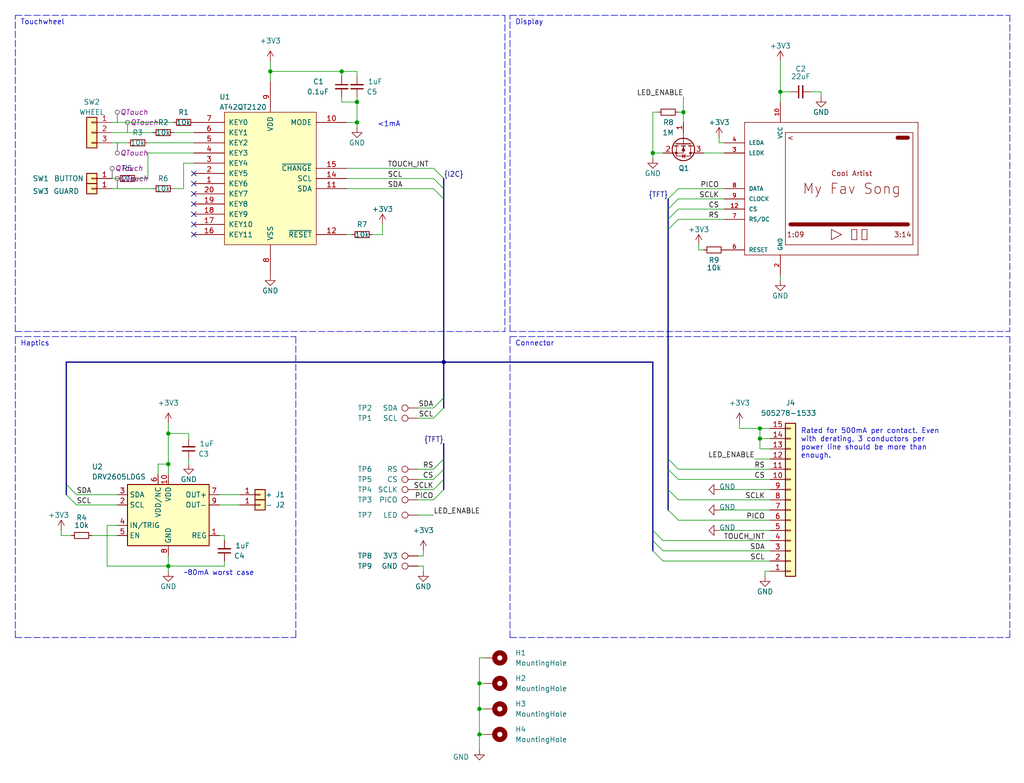
<source format=kicad_sch>
(kicad_sch (version 20230121) (generator eeschema)
  (paper "User" 254.991 194.996)
  (title_block (title "TANGARA") (date "2023-12-21") (company "made by jacqueline") (comment 1 "SPDX-License-Identifier: CERN-OHL-S-2.0"))
  (lib_symbols
    (symbol "Connector:TestPoint" (pin_numbers hide) (pin_names (offset 0.762) hide)
      (property "Reference" "TP" (at 0 6.858 0))
      (property "Value" "TestPoint" (at 0 5.08 0))
      (symbol "TestPoint_0_1"
        (circle (center 0 3.302) (radius 0.762))
      )
      (symbol "TestPoint_1_1"
        (pin passive line (at 0 0 90) (length 2.54) (name "1") (number "1"))
      )
    )
    (symbol "Connector_Generic:Conn_01x01" (pin_names (offset 1.016) hide)
      (property "Reference" "J" (at 0 2.54 0))
      (property "Value" "Conn_01x01" (at 0 -2.54 0))
      (symbol "Conn_01x01_1_1"
        (rectangle (start -1.27 0.127) (end 0 -0.127) (stroke (width 0.1524)))
        (rectangle (start -1.27 1.27) (end 1.27 -1.27) (stroke (width 0.254)) (fill (type background)))
        (pin passive line (at -5.08 0 0) (length 3.81) (name "Pin_1") (number "1"))
      )
    )
    (symbol "Connector_Generic:Conn_01x03" (pin_names (offset 1.016) hide)
      (property "Reference" "J" (at 0 5.08 0))
      (property "Value" "Conn_01x03" (at 0 -5.08 0))
      (symbol "Conn_01x03_1_1"
        (rectangle (start -1.27 -2.413) (end 0 -2.667) (stroke (width 0.1524)))
        (rectangle (start -1.27 0.127) (end 0 -0.127) (stroke (width 0.1524)))
        (rectangle (start -1.27 2.667) (end 0 2.413) (stroke (width 0.1524)))
        (rectangle (start -1.27 3.81) (end 1.27 -3.81) (stroke (width 0.254)) (fill (type background)))
        (pin passive line (at -5.08 2.54 0) (length 3.81) (name "Pin_1") (number "1"))
        (pin passive line (at -5.08 0 0) (length 3.81) (name "Pin_2") (number "2"))
        (pin passive line (at -5.08 -2.54 0) (length 3.81) (name "Pin_3") (number "3"))
      )
    )
    (symbol "Connector_Generic:Conn_01x15" (pin_names (offset 1.016) hide)
      (property "Reference" "J" (at 0 20.32 0))
      (property "Value" "Conn_01x15" (at 0 -20.32 0))
      (symbol "Conn_01x15_1_1"
        (rectangle (start -1.27 -17.653) (end 0 -17.907) (stroke (width 0.1524)))
        (rectangle (start -1.27 -15.113) (end 0 -15.367) (stroke (width 0.1524)))
        (rectangle (start -1.27 -12.573) (end 0 -12.827) (stroke (width 0.1524)))
        (rectangle (start -1.27 -10.033) (end 0 -10.287) (stroke (width 0.1524)))
        (rectangle (start -1.27 -7.493) (end 0 -7.747) (stroke (width 0.1524)))
        (rectangle (start -1.27 -4.953) (end 0 -5.207) (stroke (width 0.1524)))
        (rectangle (start -1.27 -2.413) (end 0 -2.667) (stroke (width 0.1524)))
        (rectangle (start -1.27 0.127) (end 0 -0.127) (stroke (width 0.1524)))
        (rectangle (start -1.27 2.667) (end 0 2.413) (stroke (width 0.1524)))
        (rectangle (start -1.27 5.207) (end 0 4.953) (stroke (width 0.1524)))
        (rectangle (start -1.27 7.747) (end 0 7.493) (stroke (width 0.1524)))
        (rectangle (start -1.27 10.287) (end 0 10.033) (stroke (width 0.1524)))
        (rectangle (start -1.27 12.827) (end 0 12.573) (stroke (width 0.1524)))
        (rectangle (start -1.27 15.367) (end 0 15.113) (stroke (width 0.1524)))
        (rectangle (start -1.27 17.907) (end 0 17.653) (stroke (width 0.1524)))
        (rectangle (start -1.27 19.05) (end 1.27 -19.05) (stroke (width 0.254)) (fill (type background)))
        (pin passive line (at -5.08 17.78 0) (length 3.81) (name "Pin_1") (number "1"))
        (pin passive line (at -5.08 -5.08 0) (length 3.81) (name "Pin_10") (number "10"))
        (pin passive line (at -5.08 -7.62 0) (length 3.81) (name "Pin_11") (number "11"))
        (pin passive line (at -5.08 -10.16 0) (length 3.81) (name "Pin_12") (number "12"))
        (pin passive line (at -5.08 -12.7 0) (length 3.81) (name "Pin_13") (number "13"))
        (pin passive line (at -5.08 -15.24 0) (length 3.81) (name "Pin_14") (number "14"))
        (pin passive line (at -5.08 -17.78 0) (length 3.81) (name "Pin_15") (number "15"))
        (pin passive line (at -5.08 15.24 0) (length 3.81) (name "Pin_2") (number "2"))
        (pin passive line (at -5.08 12.7 0) (length 3.81) (name "Pin_3") (number "3"))
        (pin passive line (at -5.08 10.16 0) (length 3.81) (name "Pin_4") (number "4"))
        (pin passive line (at -5.08 7.62 0) (length 3.81) (name "Pin_5") (number "5"))
        (pin passive line (at -5.08 5.08 0) (length 3.81) (name "Pin_6") (number "6"))
        (pin passive line (at -5.08 2.54 0) (length 3.81) (name "Pin_7") (number "7"))
        (pin passive line (at -5.08 0 0) (length 3.81) (name "Pin_8") (number "8"))
        (pin passive line (at -5.08 -2.54 0) (length 3.81) (name "Pin_9") (number "9"))
      )
    )
    (symbol "Device:C_Small" (pin_numbers hide) (pin_names (offset 0.254) hide)
      (property "Reference" "C" (at 0.254 1.778 0))
      (property "Value" "C_Small" (at 0.254 -2.032 0))
      (symbol "C_Small_0_1"
        (polyline (pts (xy -1.524 -0.508) (xy 1.524 -0.508)) (stroke (width 0.3302)))
        (polyline (pts (xy -1.524 0.508) (xy 1.524 0.508)) (stroke (width 0.3048)))
      )
      (symbol "C_Small_1_1"
        (pin passive line (at 0 2.54 270) (length 2.032) (name "~") (number "1"))
        (pin passive line (at 0 -2.54 90) (length 2.032) (name "~") (number "2"))
      )
    )
    (symbol "Device:Q_NMOS_GSD" (pin_names (offset 0) hide)
      (property "Reference" "Q" (at 5.08 1.27 0))
      (property "Value" "Q_NMOS_GSD" (at 5.08 -1.27 0))
      (symbol "Q_NMOS_GSD_0_1"
        (polyline (pts (xy 0.254 0) (xy -2.54 0)))
        (polyline (pts (xy 0.254 1.905) (xy 0.254 -1.905)) (stroke (width 0.254)))
        (polyline (pts (xy 0.762 -1.27) (xy 0.762 -2.286)) (stroke (width 0.254)))
        (polyline (pts (xy 0.762 0.508) (xy 0.762 -0.508)) (stroke (width 0.254)))
        (polyline (pts (xy 0.762 2.286) (xy 0.762 1.27)) (stroke (width 0.254)))
        (polyline (pts (xy 2.54 2.54) (xy 2.54 1.778)))
        (polyline (pts (xy 2.54 -2.54) (xy 2.54 0) (xy 0.762 0)))
        (polyline (pts (xy 0.762 -1.778) (xy 3.302 -1.778) (xy 3.302 1.778) (xy 0.762 1.778)))
        (polyline (pts (xy 1.016 0) (xy 2.032 0.381) (xy 2.032 -0.381) (xy 1.016 0)) (fill (type outline)))
        (polyline (pts (xy 2.794 0.508) (xy 2.921 0.381) (xy 3.683 0.381) (xy 3.81 0.254)))
        (polyline (pts (xy 3.302 0.381) (xy 2.921 -0.254) (xy 3.683 -0.254) (xy 3.302 0.381)))
        (circle (center 1.651 0) (radius 2.794) (stroke (width 0.254)))
        (circle (center 2.54 -1.778) (radius 0.254) (fill (type outline)))
        (circle (center 2.54 1.778) (radius 0.254) (fill (type outline)))
      )
      (symbol "Q_NMOS_GSD_1_1"
        (pin input line (at -5.08 0 0) (length 2.54) (name "G") (number "1"))
        (pin passive line (at 2.54 -5.08 90) (length 2.54) (name "S") (number "2"))
        (pin passive line (at 2.54 5.08 270) (length 2.54) (name "D") (number "3"))
      )
    )
    (symbol "Device:R_Small" (pin_numbers hide) (pin_names (offset 0.254) hide)
      (property "Reference" "R" (at 0.762 0.508 0))
      (property "Value" "R_Small" (at 0.762 -1.016 0))
      (symbol "R_Small_0_1"
        (rectangle (start -0.762 1.778) (end 0.762 -1.778) (stroke (width 0.2032)))
      )
      (symbol "R_Small_1_1"
        (pin passive line (at 0 2.54 270) (length 0.762) (name "~") (number "1"))
        (pin passive line (at 0 -2.54 90) (length 0.762) (name "~") (number "2"))
      )
    )
    (symbol "Driver_Haptic:DRV2605LDGS"
      (property "Reference" "U" (at -10.16 8.255 0))
      (property "Value" "DRV2605LDGS" (at 2.54 -8.89 0))
      (symbol "DRV2605LDGS_0_1"
        (rectangle (start -10.16 7.62) (end 10.16 -7.62) (stroke (width 0.254)) (fill (type background)))
      )
      (symbol "DRV2605LDGS_1_1"
        (pin passive line (at 12.7 -5.08 180) (length 2.54) (name "REG") (number "1"))
        (pin power_in line (at 0 10.16 270) (length 2.54) (name "VDD") (number "10"))
        (pin input line (at -12.7 2.54 0) (length 2.54) (name "SCL") (number "2"))
        (pin bidirectional line (at -12.7 5.08 0) (length 2.54) (name "SDA") (number "3"))
        (pin input line (at -12.7 -2.54 0) (length 2.54) (name "IN/TRIG") (number "4"))
        (pin input line (at -12.7 -5.08 0) (length 2.54) (name "EN") (number "5"))
        (pin power_in line (at -2.54 10.16 270) (length 2.54) (name "VDD/NC") (number "6"))
        (pin output line (at 12.7 5.08 180) (length 2.54) (name "OUT+") (number "7"))
        (pin power_in line (at 0 -10.16 90) (length 2.54) (name "GND") (number "8"))
        (pin output line (at 12.7 2.54 180) (length 2.54) (name "OUT-") (number "9"))
      )
    )
    (symbol "Mechanical:MountingHole_Pad" (pin_numbers hide) (pin_names (offset 1.016) hide)
      (property "Reference" "H" (at 0 6.35 0))
      (property "Value" "MountingHole_Pad" (at 0 4.445 0))
      (symbol "MountingHole_Pad_0_1"
        (circle (center 0 1.27) (radius 1.27) (stroke (width 1.27)))
      )
      (symbol "MountingHole_Pad_1_1"
        (pin input line (at 0 -2.54 90) (length 2.54) (name "1") (number "1"))
      )
    )
    (symbol "faceplate-symbols:AT42QT2120" (pin_names (offset 1.016))
      (property "Reference" "U" (at 0 -2.54 0))
      (property "Value" "AT42QT2120" (at 0 2.54 0))
      (symbol "AT42QT2120_1_0"
        (rectangle (start -11.43 16.51) (end 11.43 -16.51) (fill (type background)))
      )
      (symbol "AT42QT2120_1_1"
        (pin bidirectional line (at -19.05 -1.27 0) (length 7.62) (name "KEY6") (number "1"))
        (pin input line (at 19.05 13.97 180) (length 7.62) (name "MODE") (number "10"))
        (pin tri_state line (at 19.05 -2.54 180) (length 7.62) (name "SDA") (number "11"))
        (pin input line (at 19.05 -13.97 180) (length 7.62) (name "~{RESET}") (number "12"))
        (pin no_connect line (at 7.62 -24.13 90) (length 7.62) hide (name "NC") (number "13"))
        (pin tri_state line (at 19.05 0 180) (length 7.62) (name "SCL") (number "14"))
        (pin tri_state line (at 19.05 2.54 180) (length 7.62) (name "~{CHANGE}") (number "15"))
        (pin bidirectional line (at -19.05 -13.97 0) (length 7.62) (name "KEY11") (number "16"))
        (pin bidirectional line (at -19.05 -11.43 0) (length 7.62) (name "KEY10") (number "17"))
        (pin bidirectional line (at -19.05 -8.89 0) (length 7.62) (name "KEY9") (number "18"))
        (pin bidirectional line (at -19.05 -6.35 0) (length 7.62) (name "KEY8") (number "19"))
        (pin bidirectional line (at -19.05 1.27 0) (length 7.62) (name "KEY5") (number "2"))
        (pin bidirectional line (at -19.05 -3.81 0) (length 7.62) (name "KEY7") (number "20"))
        (pin bidirectional line (at -19.05 3.81 0) (length 7.62) (name "KEY4") (number "3"))
        (pin bidirectional line (at -19.05 6.35 0) (length 7.62) (name "KEY3") (number "4"))
        (pin bidirectional line (at -19.05 8.89 0) (length 7.62) (name "KEY2") (number "5"))
        (pin bidirectional line (at -19.05 11.43 0) (length 7.62) (name "KEY1") (number "6"))
        (pin bidirectional line (at -19.05 13.97 0) (length 7.62) (name "KEY0") (number "7"))
        (pin power_in line (at 0 -24.13 90) (length 7.62) (name "VSS") (number "8"))
        (pin power_in line (at 0 24.13 270) (length 7.62) (name "VDD") (number "9"))
      )
    )
    (symbol "faceplate-symbols:JD-T1800" (pin_names (offset 1.016))
      (symbol "JD-T1800_0_1"
        (polyline (pts (xy 20.32 13.97) (xy 22.86 13.97)) (stroke (width 1)))
        (polyline (pts (xy 22.86 -7.62) (xy -6.35 -7.62)) (stroke (width 1)))
        (polyline (pts (xy 3.81 -8.89) (xy 3.81 -11.43) (xy 6.35 -10.16) (xy 3.81 -8.89)))
        (polyline (pts (xy 8.89 -8.89) (xy 8.89 -11.43) (xy 10.16 -11.43) (xy 10.16 -8.89) (xy 8.89 -8.89)))
        (polyline (pts (xy 11.43 -8.89) (xy 12.7 -8.89) (xy 12.7 -11.43) (xy 11.43 -11.43) (xy 11.43 -8.89)))
        (text "1:09" (at -5.08 -10.16 0) (effects (font (size 1.27 1.27))))
        (text "3:14" (at 21.59 -10.16 0) (effects (font (size 1.27 1.27))))
        (text "<" (at -6.35 13.97 0) (effects (font (size 1.27 1.27))))
        (text "Cool Artist" (at 8.89 5.08 0) (effects (font (size 1.27 1.27))))
        (text "My Fav Song" (at 8.89 1.27 0) (effects (font (size 2.54 2.54))))
      )
      (symbol "JD-T1800_1_0"
        (polyline (pts (xy -17.78 -15.24) (xy -17.78 17.78)))
        (polyline (pts (xy -17.78 17.78) (xy 25.4 17.78)))
        (polyline (pts (xy -7.62 -12.7) (xy -7.62 15.24)))
        (polyline (pts (xy -7.62 15.24) (xy 24.13 15.24)))
        (polyline (pts (xy 24.13 -12.7) (xy -7.62 -12.7)))
        (polyline (pts (xy 24.13 15.24) (xy 24.13 -12.7)))
        (polyline (pts (xy 25.4 -15.24) (xy -17.78 -15.24)))
        (polyline (pts (xy 25.4 17.78) (xy 25.4 -15.24)))
      )
      (symbol "JD-T1800_1_1"
        (pin power_in line (at -8.89 22.86 270) (length 5.08) (name "VCC") (number "10"))
        (pin power_in line (at -8.89 22.86 270) (length 5.08) hide (name "VCC2") (number "11"))
        (pin input line (at -22.86 -3.81 0) (length 5.08) (name "CS") (number "12"))
        (pin power_in line (at -8.89 -20.32 90) (length 5.08) hide (name "GND2") (number "13"))
        (pin power_in line (at -8.89 -20.32 90) (length 5.08) (name "GND") (number "2"))
        (pin input line (at -22.86 10.16 0) (length 5.08) (name "LEDK") (number "3"))
        (pin input line (at -22.86 12.7 0) (length 5.08) (name "LEDA") (number "4"))
        (pin power_in line (at -8.89 -20.32 90) (length 5.08) hide (name "GND1") (number "5"))
        (pin input line (at -22.86 -13.97 0) (length 5.08) (name "RESET") (number "6"))
        (pin input line (at -22.86 -6.35 0) (length 5.08) (name "RS/DC") (number "7"))
        (pin bidirectional line (at -22.86 1.27 0) (length 5.08) (name "DATA") (number "8"))
        (pin input line (at -22.86 -1.27 0) (length 5.08) (name "CLOCK") (number "9"))
      )
    )
    (symbol "power:+3V3" (power) (pin_names (offset 0))
      (property "Value" "+3V3" (at 0 3.556 0))
      (symbol "+3V3_0_1"
        (polyline (pts (xy -0.762 1.27) (xy 0 2.54)))
        (polyline (pts (xy 0 0) (xy 0 2.54)))
        (polyline (pts (xy 0 2.54) (xy 0.762 1.27)))
      )
      (symbol "+3V3_1_1"
        (pin power_in line (at 0 0 90) (length 0) hide (name "+3V3") (number "1"))
      )
    )
    (symbol "power:GND" (power) (pin_names (offset 0))
      (property "Value" "GND" (at 0 -3.81 0))
      (symbol "GND_0_1"
        (polyline (pts (xy 0 0) (xy 0 -1.27) (xy 1.27 -1.27) (xy 0 -2.54) (xy -1.27 -1.27) (xy 0 -1.27)))
      )
      (symbol "GND_1_1"
        (pin power_in line (at 0 0 270) (length 0) hide (name "GND") (number "1"))
      )
    )
  )
  (bus_alias "I2C" (members "SDA" "SCL" "TOUCH_INT"))
  (bus_alias "TFT" (members "PICO" "SCLK" "CS" "RESET" "RS"))
  (junction (at 67.31 17.78))
  (junction (at 119.38 182.88))
  (junction (at 41.91 140.97))
  (junction (at 88.9 30.48))
  (junction (at 162.56 38.1))
  (junction (at 41.91 107.95))
  (junction (at 88.9 25.4))
  (junction (at 110.49 90.17))
  (junction (at 119.38 176.53))
  (junction (at 170.18 27.94))
  (junction (at 194.31 22.86))
  (junction (at 119.38 170.18))
  (junction (at 189.23 109.22))
  (junction (at 85.09 17.78))
  (junction (at 41.91 115.57))
  (junction (at 189.23 106.68))
  (no_connect (at 48.26 43.18))
  (no_connect (at 48.26 45.72))
  (no_connect (at 48.26 48.26))
  (no_connect (at 48.26 50.8))
  (no_connect (at 48.26 53.34))
  (no_connect (at 48.26 55.88))
  (no_connect (at 48.26 58.42))
  (bus_entry (at 166.37 49.53) (size 2.54 -2.54))
  (bus_entry (at 166.37 127) (size 2.54 2.54))
  (bus_entry (at 166.37 116.84) (size 2.54 2.54))
  (bus_entry (at 162.56 137.16) (size 2.54 2.54))
  (bus_entry (at 166.37 114.3) (size 2.54 2.54))
  (bus_entry (at 166.37 121.92) (size 2.54 2.54))
  (bus_entry (at 166.37 57.15) (size 2.54 -2.54))
  (bus_entry (at 16.51 120.65) (size 2.54 2.54))
  (bus_entry (at 110.49 119.38) (size -2.54 2.54))
  (bus_entry (at 110.49 44.45) (size -2.54 -2.54))
  (bus_entry (at 162.56 132.08) (size 2.54 2.54))
  (bus_entry (at 110.49 101.6) (size -2.54 2.54))
  (bus_entry (at 110.49 116.84) (size -2.54 2.54))
  (bus_entry (at 110.49 46.99) (size -2.54 -2.54))
  (bus_entry (at 110.49 99.06) (size -2.54 2.54))
  (bus_entry (at 166.37 54.61) (size 2.54 -2.54))
  (bus_entry (at 16.51 123.19) (size 2.54 2.54))
  (bus_entry (at 166.37 52.07) (size 2.54 -2.54))
  (bus_entry (at 110.49 121.92) (size -2.54 2.54))
  (bus_entry (at 110.49 49.53) (size -2.54 -2.54))
  (bus_entry (at 162.56 134.62) (size 2.54 2.54))
  (bus_entry (at 110.49 114.3) (size -2.54 2.54))
  (wire (pts (xy 189.23 106.68) (xy 191.77 106.68)))
  (bus (pts (xy 110.49 46.99) (xy 110.49 49.53)))
  (wire (pts (xy 104.14 119.38) (xy 107.95 119.38)))
  (wire (pts (xy 39.37 118.11) (xy 39.37 115.57)))
  (wire (pts (xy 88.9 30.48) (xy 88.9 31.75)))
  (wire (pts (xy 19.05 123.19) (xy 29.21 123.19)))
  (wire (pts (xy 48.26 38.1) (xy 36.83 38.1)))
  (bus (pts (xy 110.49 49.53) (xy 110.49 90.17)))
  (wire (pts (xy 104.14 116.84) (xy 107.95 116.84)))
  (wire (pts (xy 54.61 133.35) (xy 55.88 133.35)))
  (wire (pts (xy 41.91 107.95) (xy 46.99 107.95)))
  (wire (pts (xy 41.91 105.41) (xy 41.91 107.95)))
  (wire (pts (xy 168.91 116.84) (xy 191.77 116.84)))
  (polyline (pts (xy 3.81 83.82) (xy 73.66 83.82)) (stroke (width 0) (type dash)))
  (wire (pts (xy 165.1 134.62) (xy 191.77 134.62)))
  (polyline (pts (xy 127 82.55) (xy 127 3.81)) (stroke (width 0) (type dash)))
  (wire (pts (xy 119.38 182.88) (xy 120.65 182.88)))
  (wire (pts (xy 184.15 105.41) (xy 184.15 106.68)))
  (polyline (pts (xy 127 83.82) (xy 251.46 83.82)) (stroke (width 0) (type dash)))
  (wire (pts (xy 67.31 17.78) (xy 85.09 17.78)))
  (wire (pts (xy 46.99 107.95) (xy 46.99 109.22)))
  (wire (pts (xy 88.9 25.4) (xy 85.09 25.4)))
  (wire (pts (xy 191.77 111.76) (xy 189.23 111.76)))
  (wire (pts (xy 26.67 130.81) (xy 26.67 140.97)))
  (wire (pts (xy 22.86 133.35) (xy 29.21 133.35)))
  (wire (pts (xy 85.09 19.05) (xy 85.09 17.78)))
  (wire (pts (xy 85.09 25.4) (xy 85.09 24.13)))
  (wire (pts (xy 48.26 40.64) (xy 45.72 40.64)))
  (bus (pts (xy 110.49 90.17) (xy 162.56 90.17)))
  (wire (pts (xy 15.24 133.35) (xy 17.78 133.35)))
  (wire (pts (xy 194.31 22.86) (xy 196.85 22.86)))
  (bus (pts (xy 166.37 49.53) (xy 166.37 52.07)))
  (bus (pts (xy 110.49 116.84) (xy 110.49 119.38)))
  (wire (pts (xy 168.91 54.61) (xy 180.34 54.61)))
  (wire (pts (xy 162.56 39.37) (xy 162.56 38.1)))
  (polyline (pts (xy 127 158.75) (xy 127 83.82)) (stroke (width 0) (type dash)))
  (polyline (pts (xy 3.81 3.81) (xy 125.73 3.81)) (stroke (width 0) (type dash)))
  (wire (pts (xy 179.07 34.29) (xy 179.07 35.56)))
  (polyline (pts (xy 127 158.75) (xy 251.46 158.75)) (stroke (width 0) (type dash)))
  (bus (pts (xy 110.49 99.06) (xy 110.49 101.6)))
  (polyline (pts (xy 251.46 83.82) (xy 251.46 158.75)) (stroke (width 0) (type dash)))
  (wire (pts (xy 162.56 27.94) (xy 162.56 38.1)))
  (wire (pts (xy 165.1 137.16) (xy 191.77 137.16)))
  (wire (pts (xy 168.91 119.38) (xy 191.77 119.38)))
  (polyline (pts (xy 3.81 158.75) (xy 73.66 158.75)) (stroke (width 0) (type dash)))
  (wire (pts (xy 175.26 38.1) (xy 180.34 38.1)))
  (wire (pts (xy 95.25 55.88) (xy 95.25 58.42)))
  (wire (pts (xy 104.14 121.92) (xy 107.95 121.92)))
  (wire (pts (xy 19.05 125.73) (xy 29.21 125.73)))
  (wire (pts (xy 43.18 33.02) (xy 48.26 33.02)))
  (wire (pts (xy 104.14 104.14) (xy 107.95 104.14)))
  (polyline (pts (xy 125.73 3.81) (xy 125.73 82.55)) (stroke (width 0) (type dash)))
  (wire (pts (xy 119.38 163.83) (xy 120.65 163.83)))
  (wire (pts (xy 163.83 27.94) (xy 162.56 27.94)))
  (wire (pts (xy 55.88 140.97) (xy 55.88 139.7)))
  (wire (pts (xy 41.91 140.97) (xy 41.91 142.24)))
  (wire (pts (xy 168.91 129.54) (xy 191.77 129.54)))
  (polyline (pts (xy 251.46 3.81) (xy 251.46 82.55)) (stroke (width 0) (type dash)))
  (wire (pts (xy 104.14 128.27) (xy 107.95 128.27)))
  (polyline (pts (xy 127 82.55) (xy 251.46 82.55)) (stroke (width 0) (type dash)))
  (wire (pts (xy 204.47 22.86) (xy 204.47 24.13)))
  (wire (pts (xy 88.9 25.4) (xy 88.9 30.48)))
  (wire (pts (xy 105.41 137.16) (xy 105.41 138.43)))
  (wire (pts (xy 26.67 140.97) (xy 41.91 140.97)))
  (wire (pts (xy 88.9 24.13) (xy 88.9 25.4)))
  (wire (pts (xy 27.94 33.02) (xy 38.1 33.02)))
  (wire (pts (xy 104.14 101.6) (xy 107.95 101.6)))
  (wire (pts (xy 194.31 69.85) (xy 194.31 68.58)))
  (wire (pts (xy 86.36 44.45) (xy 107.95 44.45)))
  (wire (pts (xy 165.1 139.7) (xy 191.77 139.7)))
  (bus (pts (xy 16.51 120.65) (xy 16.51 123.19)))
  (polyline (pts (xy 3.81 82.55) (xy 3.81 3.81)) (stroke (width 0) (type dash)))
  (wire (pts (xy 168.91 124.46) (xy 191.77 124.46)))
  (bus (pts (xy 16.51 90.17) (xy 16.51 120.65)))
  (wire (pts (xy 201.93 22.86) (xy 204.47 22.86)))
  (wire (pts (xy 105.41 138.43) (xy 104.14 138.43)))
  (wire (pts (xy 173.99 62.23) (xy 173.99 60.96)))
  (wire (pts (xy 119.38 186.69) (xy 119.38 182.88)))
  (wire (pts (xy 105.41 140.97) (xy 105.41 142.24)))
  (bus (pts (xy 162.56 134.62) (xy 162.56 137.16)))
  (wire (pts (xy 119.38 170.18) (xy 120.65 170.18)))
  (wire (pts (xy 36.83 35.56) (xy 48.26 35.56)))
  (wire (pts (xy 104.14 124.46) (xy 107.95 124.46)))
  (bus (pts (xy 166.37 116.84) (xy 166.37 121.92)))
  (wire (pts (xy 27.94 46.99) (xy 38.1 46.99)))
  (bus (pts (xy 166.37 54.61) (xy 166.37 57.15)))
  (wire (pts (xy 179.07 35.56) (xy 180.34 35.56)))
  (wire (pts (xy 189.23 111.76) (xy 189.23 109.22)))
  (wire (pts (xy 168.91 27.94) (xy 170.18 27.94)))
  (bus (pts (xy 110.49 119.38) (xy 110.49 121.92)))
  (wire (pts (xy 119.38 182.88) (xy 119.38 176.53)))
  (bus (pts (xy 16.51 90.17) (xy 110.49 90.17)))
  (wire (pts (xy 88.9 19.05) (xy 88.9 17.78)))
  (wire (pts (xy 55.88 133.35) (xy 55.88 134.62)))
  (wire (pts (xy 46.99 115.57) (xy 46.99 114.3)))
  (wire (pts (xy 67.31 17.78) (xy 67.31 20.32)))
  (wire (pts (xy 119.38 170.18) (xy 119.38 163.83)))
  (wire (pts (xy 179.07 132.08) (xy 191.77 132.08)))
  (bus (pts (xy 166.37 57.15) (xy 166.37 114.3)))
  (wire (pts (xy 119.38 176.53) (xy 119.38 170.18)))
  (wire (pts (xy 190.5 143.51) (xy 190.5 142.24)))
  (wire (pts (xy 168.91 46.99) (xy 180.34 46.99)))
  (bus (pts (xy 110.49 44.45) (xy 110.49 46.99)))
  (wire (pts (xy 184.15 106.68) (xy 189.23 106.68)))
  (wire (pts (xy 86.36 46.99) (xy 107.95 46.99)))
  (wire (pts (xy 170.18 27.94) (xy 170.18 30.48)))
  (wire (pts (xy 29.21 130.81) (xy 26.67 130.81)))
  (wire (pts (xy 179.07 121.92) (xy 191.77 121.92)))
  (polyline (pts (xy 3.81 82.55) (xy 125.73 82.55)) (stroke (width 0) (type dash)))
  (bus (pts (xy 110.49 90.17) (xy 110.49 99.06)))
  (wire (pts (xy 41.91 107.95) (xy 41.91 115.57)))
  (wire (pts (xy 189.23 109.22) (xy 189.23 106.68)))
  (wire (pts (xy 36.83 44.45) (xy 34.29 44.45)))
  (polyline (pts (xy 3.81 158.75) (xy 3.81 83.82)) (stroke (width 0) (type dash)))
  (wire (pts (xy 54.61 125.73) (xy 59.69 125.73)))
  (bus (pts (xy 166.37 114.3) (xy 166.37 116.84)))
  (wire (pts (xy 170.18 24.13) (xy 170.18 27.94)))
  (wire (pts (xy 86.36 41.91) (xy 107.95 41.91)))
  (wire (pts (xy 168.91 49.53) (xy 180.34 49.53)))
  (bus (pts (xy 162.56 132.08) (xy 162.56 134.62)))
  (wire (pts (xy 173.99 62.23) (xy 175.26 62.23)))
  (wire (pts (xy 104.14 140.97) (xy 105.41 140.97)))
  (polyline (pts (xy 127 3.81) (xy 251.46 3.81)) (stroke (width 0) (type dash)))
  (polyline (pts (xy 73.66 83.82) (xy 73.66 158.75)) (stroke (width 0) (type dash)))
  (wire (pts (xy 119.38 176.53) (xy 120.65 176.53)))
  (bus (pts (xy 110.49 110.49) (xy 110.49 114.3)))
  (wire (pts (xy 36.83 38.1) (xy 36.83 44.45)))
  (wire (pts (xy 87.63 58.42) (xy 86.36 58.42)))
  (wire (pts (xy 194.31 22.86) (xy 194.31 25.4)))
  (wire (pts (xy 39.37 115.57) (xy 41.91 115.57)))
  (wire (pts (xy 41.91 138.43) (xy 41.91 140.97)))
  (wire (pts (xy 67.31 15.24) (xy 67.31 17.78)))
  (wire (pts (xy 27.94 35.56) (xy 31.75 35.56)))
  (bus (pts (xy 166.37 121.92) (xy 166.37 127)))
  (bus (pts (xy 162.56 90.17) (xy 162.56 132.08)))
  (wire (pts (xy 86.36 30.48) (xy 88.9 30.48)))
  (wire (pts (xy 41.91 115.57) (xy 41.91 118.11)))
  (wire (pts (xy 95.25 58.42) (xy 92.71 58.42)))
  (bus (pts (xy 166.37 52.07) (xy 166.37 54.61)))
  (wire (pts (xy 168.91 52.07) (xy 180.34 52.07)))
  (wire (pts (xy 15.24 132.08) (xy 15.24 133.35)))
  (wire (pts (xy 187.96 114.3) (xy 191.77 114.3)))
  (wire (pts (xy 191.77 109.22) (xy 189.23 109.22)))
  (wire (pts (xy 45.72 46.99) (xy 43.18 46.99)))
  (wire (pts (xy 54.61 123.19) (xy 59.69 123.19)))
  (wire (pts (xy 45.72 40.64) (xy 45.72 46.99)))
  (wire (pts (xy 179.07 127) (xy 191.77 127)))
  (bus (pts (xy 110.49 114.3) (xy 110.49 116.84)))
  (wire (pts (xy 162.56 38.1) (xy 165.1 38.1)))
  (wire (pts (xy 55.88 140.97) (xy 41.91 140.97)))
  (wire (pts (xy 190.5 142.24) (xy 191.77 142.24)))
  (wire (pts (xy 27.94 44.45) (xy 29.21 44.45)))
  (wire (pts (xy 88.9 17.78) (xy 85.09 17.78)))
  (wire (pts (xy 27.94 30.48) (xy 43.18 30.48)))
  (wire (pts (xy 194.31 15.24) (xy 194.31 22.86)))
  (text "Haptics" (at 5.08 86.36 0) (effects (font (size 1.27 1.27)) (justify left bottom)))
  (text "Touchwheel" (at 5.08 6.35 0) (effects (font (size 1.27 1.27)) (justify left bottom)))
  (text "~80mA worst case" (at 45.72 143.51 0) (effects (font (size 1.27 1.27)) (justify left bottom)))
  (text "Connector" (at 128.27 86.36 0) (effects (font (size 1.27 1.27)) (justify left bottom)))
  (text "Display" (at 128.27 6.35 0) (effects (font (size 1.27 1.27)) (justify left bottom)))
  (text "Rated for 500mA per contact. Even\nwith derating, 3 conductors per\npower line should be more than\nenough." (at 199.39 114.3 0) (effects (font (size 1.27 1.27)) (justify left bottom)))
  (text "<1mA" (at 93.98 31.75 0) (effects (font (size 1.27 1.27)) (justify left bottom)))
  (label "SCLK" (at 107.95 121.92 180))
  (label "SCLK" (at 190.5 124.46 180))
  (label "TOUCH_INT" (at 96.52 41.91 0))
  (label "CS" (at 190.5 119.38 180))
  (label "SCL" (at 19.05 125.73 0))
  (label "SDA" (at 107.95 101.6 180))
  (label "SDA" (at 96.52 46.99 0))
  (label "SCL" (at 96.52 44.45 0))
  (label "SCL" (at 190.5 139.7 180))
  (label "CS" (at 107.95 119.38 180))
  (label "PICO" (at 107.95 124.46 180))
  (label "SDA" (at 190.5 137.16 180))
  (label "PICO" (at 190.5 129.54 180))
  (label "CS" (at 179.07 52.07 180))
  (label "{TFT}" (at 166.37 49.53 180))
  (label "{TFT}" (at 110.49 110.49 180))
  (label "SCL" (at 107.95 104.14 180))
  (label "LED_ENABLE" (at 187.96 114.3 180))
  (label "TOUCH_INT" (at 190.5 134.62 180))
  (label "RS" (at 179.07 54.61 180))
  (label "RS" (at 190.5 116.84 180))
  (label "LED_ENABLE" (at 107.95 128.27 0))
  (label "RS" (at 107.95 116.84 180))
  (label "LED_ENABLE" (at 170.18 24.13 180))
  (label "{I2C}" (at 110.49 44.45 0))
  (label "SDA" (at 19.05 123.19 0))
  (label "PICO" (at 179.07 46.99 180))
  (label "SCLK" (at 179.07 49.53 180))
  (netclass_flag "" (length 2.54) (shape round) (at 31.75 33.02 0) (property "Netclass" "QTouch" (at 32.4485 30.48 0) (effects (font italic) (justify left))))
  (netclass_flag "" (length 2.54) (shape round) (at 29.21 30.48 0) (property "Netclass" "QTouch" (at 29.9085 27.94 0) (effects (font italic) (justify left))))
  (netclass_flag "" (length 2.54) (shape round) (at 29.21 46.99 0) (property "Netclass" "QTouch" (at 29.9085 44.45 0) (effects (font italic) (justify left))))
  (netclass_flag "" (length 2.54) (shape round) (at 27.94 44.45 0) (property "Netclass" "QTouch" (at 28.6385 41.91 0) (effects (font italic) (justify left))))
  (netclass_flag "" (length 2.54) (shape round) (at 29.21 35.56 180) (property "Netclass" "QTouch" (at 29.9085 38.1 0) (effects (font italic) (justify left))))
  (symbol (lib_id "power:GND") (at 41.91 142.24 0) (unit 1)
    (property "Reference" "#PWR0108" (effects hide))
    (property "Value" "GND" (at 41.91 146.05 0))
  )
  (symbol (lib_id "Connector:TestPoint") (at 104.14 101.6 90) (unit 1)
    (property "Reference" "TP2" (at 92.71 101.6 90) (effects (justify left)))
    (property "Value" "SDA" (at 99.06 101.6 90) (effects (justify left)))
    (property "Footprint" "TestPoint:TestPoint_Pad_D1.0mm" (effects hide))
  )
  (symbol (lib_id "power:GND") (at 88.9 31.75 0) (unit 1)
    (property "Reference" "#PWR02" (effects hide))
    (property "Value" "GND" (at 88.9 35.56 0))
  )
  (symbol (lib_id "power:+3V3") (at 67.31 15.24 0) (unit 1)
    (property "Reference" "#PWR01" (effects hide))
    (property "Value" "+3V3" (at 67.31 10.16 0))
  )
  (symbol (lib_id "Driver_Haptic:DRV2605LDGS") (at 41.91 128.27 0) (unit 1)
    (property "Reference" "U2" (at 22.86 116.205 0) (effects (justify left)))
    (property "Value" "DRV2605LDGS" (at 22.86 118.745 0) (effects (justify left)))
    (property "Footprint" "Package_SO:VSSOP-10_3x3mm_P0.5mm" (effects hide))
    (property "Datasheet" "http://www.ti.com/lit/ds/symlink/drv2605l.pdf" (effects hide))
    (property "MPN" "DRV2605LDGST" (effects hide))
  )
  (symbol (lib_id "power:GND") (at 204.47 24.13 0) (unit 1)
    (property "Reference" "#PWR07" (effects hide))
    (property "Value" "GND" (at 204.47 27.94 0))
  )
  (symbol (lib_id "Device:R_Small") (at 34.29 35.56 90) (unit 1)
    (property "Reference" "R3" (at 34.29 33.02 90))
    (property "Value" "10k" (at 34.29 35.56 90))
    (property "Footprint" "Resistor_SMD:R_0603_1608Metric" (effects hide))
    (property "MPN" "AC0603JR-0710KL" (effects hide))
  )
  (symbol (lib_id "Device:R_Small") (at 40.64 46.99 90) (unit 1)
    (property "Reference" "R6" (at 40.64 44.45 90))
    (property "Value" "10k" (at 40.64 46.99 90))
    (property "Footprint" "Resistor_SMD:R_0603_1608Metric" (effects hide))
    (property "MPN" "AC0603JR-0710KL" (effects hide))
  )
  (symbol (lib_id "Mechanical:MountingHole_Pad") (at 123.19 182.88 270) (unit 1)
    (property "Reference" "H4" (at 128.27 181.61 90) (effects (justify left)))
    (property "Value" "MountingHole" (at 128.27 184.15 90) (effects (justify left)))
    (property "Footprint" "MountingHole:MountingHole_2.2mm_M2_Pad_Via" (effects hide))
  )
  (symbol (lib_id "Mechanical:MountingHole_Pad") (at 123.19 176.53 270) (unit 1)
    (property "Reference" "H3" (at 128.27 175.26 90) (effects (justify left)))
    (property "Value" "MountingHole" (at 128.27 177.8 90) (effects (justify left)))
    (property "Footprint" "MountingHole:MountingHole_2.2mm_M2_Pad_Via" (effects hide))
  )
  (symbol (lib_id "Connector_Generic:Conn_01x03") (at 22.86 33.02 0) (mirror y) (unit 1)
    (property "Reference" "SW2" (at 22.86 25.4 0))
    (property "Value" "WHEEL" (at 22.86 27.94 0))
    (property "Footprint" "faceplate-footprints:qtouch-wheel" (effects hide))
  )
  (symbol (lib_id "power:GND") (at 190.5 143.51 0) (unit 1)
    (property "Reference" "#PWR0102" (effects hide))
    (property "Value" "GND" (at 190.5 147.32 0))
  )
  (symbol (lib_id "Connector:TestPoint") (at 104.14 121.92 90) (unit 1)
    (property "Reference" "TP4" (at 92.71 121.92 90) (effects (justify left)))
    (property "Value" "SCLK" (at 99.06 121.92 90) (effects (justify left)))
    (property "Footprint" "TestPoint:TestPoint_Pad_D1.0mm" (effects hide))
  )
  (symbol (lib_id "Device:C_Small") (at 46.99 111.76 180) (unit 1)
    (property "Reference" "C3" (at 52.07 113.03 0) (effects (justify left)))
    (property "Value" "1uF" (at 53.34 110.49 0) (effects (justify left)))
    (property "Footprint" "Capacitor_SMD:C_0603_1608Metric" (effects hide))
    (property "MPN" "GRM216R61C105KA88D" (effects hide))
  )
  (symbol (lib_id "power:GND") (at 162.56 39.37 0) (unit 1)
    (property "Reference" "#PWR09" (effects hide))
    (property "Value" "GND" (at 162.56 43.18 0))
  )
  (symbol (lib_id "Device:R_Small") (at 20.32 133.35 90) (unit 1)
    (property "Reference" "R4" (at 20.32 128.905 90))
    (property "Value" "10k" (at 20.32 130.81 90))
    (property "Footprint" "Resistor_SMD:R_0603_1608Metric" (effects hide))
    (property "MPN" "AC0603JR-0710KL" (effects hide))
  )
  (symbol (lib_id "Connector:TestPoint") (at 104.14 116.84 90) (unit 1)
    (property "Reference" "TP6" (at 92.71 116.84 90) (effects (justify left)))
    (property "Value" "RS" (at 99.06 116.84 90) (effects (justify left)))
    (property "Footprint" "TestPoint:TestPoint_Pad_D1.0mm" (effects hide))
  )
  (symbol (lib_id "power:GND") (at 46.99 115.57 0) (unit 1)
    (property "Reference" "#PWR0106" (effects hide))
    (property "Value" "GND" (at 46.99 119.38 0))
  )
  (symbol (lib_id "Connector_Generic:Conn_01x01") (at 64.77 123.19 0) (mirror x) (unit 1)
    (property "Reference" "J1" (at 68.58 123.19 0) (effects (justify left)))
    (property "Value" "+" (at 66.04 123.19 0) (effects (justify left)))
    (property "Footprint" "TestPoint:TestPoint_Pad_D1.5mm" (effects hide))
  )
  (symbol (lib_id "Device:R_Small") (at 166.37 27.94 270) (unit 1)
    (property "Reference" "R8" (at 165.1 30.48 90) (effects (justify left)))
    (property "Value" "1M" (at 166.37 33.02 90))
    (property "Footprint" "Resistor_SMD:R_0603_1608Metric" (effects hide))
    (property "MPN" "AC0603FR-131ML" (effects hide))
  )
  (symbol (lib_id "Device:C_Small") (at 88.9 21.59 180) (unit 1)
    (property "Reference" "C5" (at 93.98 22.86 0) (effects (justify left)))
    (property "Value" "1uF" (at 95.25 20.32 0) (effects (justify left)))
    (property "Footprint" "Capacitor_SMD:C_0603_1608Metric" (effects hide))
    (property "MPN" "GRM216R61C105KA88D" (effects hide))
  )
  (symbol (lib_id "Device:C_Small") (at 199.39 22.86 90) (unit 1)
    (property "Reference" "C2" (at 199.39 17.145 90))
    (property "Value" "22uF" (at 199.39 19.05 90))
    (property "Footprint" "Capacitor_SMD:C_1206_3216Metric" (effects hide))
    (property "MPN" "GRM319R61C226KE15D" (effects hide))
  )
  (symbol (lib_id "power:+3V3") (at 179.07 34.29 0) (unit 1)
    (property "Reference" "#PWR08" (effects hide))
    (property "Value" "+3V3" (at 179.07 30.48 0))
  )
  (symbol (lib_id "Connector_Generic:Conn_01x01") (at 22.86 46.99 180) (unit 1)
    (property "Reference" "SW3" (at 10.16 47.625 0))
    (property "Value" "GUARD" (at 16.51 47.625 0))
    (property "Footprint" "faceplate-footprints:qtouch-guard" (effects hide))
  )
  (symbol (lib_id "power:+3V3") (at 105.41 137.16 0) (unit 1)
    (property "Reference" "#PWR013" (effects hide))
    (property "Value" "+3V3" (at 105.41 132.08 0))
  )
  (symbol (lib_id "Device:Q_NMOS_GSD") (at 170.18 35.56 270) (unit 1)
    (property "Reference" "Q1" (at 168.91 41.91 90) (effects (justify left)))
    (property "Value" "PJC138K" (effects hide))
    (property "Footprint" "Package_TO_SOT_SMD:SOT-323_SC-70" (effects hide))
    (property "MPN" "PJC138K_R1_00001" (effects hide))
  )
  (symbol (lib_id "power:GND") (at 105.41 142.24 0) (unit 1)
    (property "Reference" "#PWR012" (effects hide))
    (property "Value" "GND" (at 105.41 146.05 0))
  )
  (symbol (lib_id "power:GND") (at 67.31 68.58 0) (unit 1)
    (property "Reference" "#PWR05" (effects hide))
    (property "Value" "GND" (at 67.31 72.39 0))
  )
  (symbol (lib_id "power:GND") (at 194.31 69.85 0) (unit 1)
    (property "Reference" "#PWR06" (effects hide))
    (property "Value" "GND" (at 194.31 73.66 0))
  )
  (symbol (lib_id "power:GND") (at 179.07 127 270) (unit 1)
    (property "Reference" "#PWR017" (effects hide))
    (property "Value" "GND" (at 179.07 127 90) (effects (justify left bottom)))
  )
  (symbol (lib_id "Device:C_Small") (at 85.09 21.59 0) (mirror y) (unit 1)
    (property "Reference" "C1" (at 80.645 20.32 0) (effects (justify left)))
    (property "Value" "0.1uF" (at 81.915 22.86 0) (effects (justify left)))
    (property "Footprint" "Capacitor_SMD:C_0603_1608Metric" (effects hide))
    (property "MPN" "GCM188R71C104KA37J" (effects hide))
  )
  (symbol (lib_id "power:+3V3") (at 15.24 132.08 0) (unit 1)
    (property "Reference" "#PWR0107" (effects hide))
    (property "Value" "+3V3" (at 14.605 128.27 0))
  )
  (symbol (lib_id "power:+3V3") (at 173.99 60.96 0) (unit 1)
    (property "Reference" "#PWR011" (effects hide))
    (property "Value" "+3V3" (at 173.99 57.15 0))
  )
  (symbol (lib_id "Connector:TestPoint") (at 104.14 138.43 90) (unit 1)
    (property "Reference" "TP8" (at 92.71 138.43 90) (effects (justify left)))
    (property "Value" "3V3" (at 99.06 138.43 90) (effects (justify left)))
    (property "Footprint" "TestPoint:TestPoint_Pad_D1.0mm" (effects hide))
  )
  (symbol (lib_id "power:+3V3") (at 194.31 15.24 0) (unit 1)
    (property "Reference" "#PWR03" (effects hide))
    (property "Value" "+3V3" (at 194.31 11.43 0))
  )
  (symbol (lib_id "Device:R_Small") (at 31.75 44.45 90) (unit 1)
    (property "Reference" "R5" (at 31.75 41.91 90))
    (property "Value" "10k" (at 31.75 44.45 90))
    (property "Footprint" "Resistor_SMD:R_0603_1608Metric" (effects hide))
    (property "MPN" "AC0603JR-0710KL" (effects hide))
  )
  (symbol (lib_id "Device:C_Small") (at 55.88 137.16 180) (unit 1)
    (property "Reference" "C4" (at 60.96 138.43 0) (effects (justify left)))
    (property "Value" "1uF" (at 62.23 135.89 0) (effects (justify left)))
    (property "Footprint" "Capacitor_SMD:C_0603_1608Metric" (effects hide))
    (property "MPN" "GRM216R61C105KA88D" (effects hide))
  )
  (symbol (lib_id "power:GND") (at 119.38 186.69 0) (unit 1)
    (property "Reference" "#PWR010" (effects hide))
    (property "Value" "GND" (at 116.84 189.23 0) (effects (justify right bottom)))
  )
  (symbol (lib_id "Connector:TestPoint") (at 104.14 119.38 90) (unit 1)
    (property "Reference" "TP5" (at 92.71 119.38 90) (effects (justify left)))
    (property "Value" "CS" (at 99.06 119.38 90) (effects (justify left)))
    (property "Footprint" "TestPoint:TestPoint_Pad_D1.0mm" (effects hide))
  )
  (symbol (lib_id "Connector_Generic:Conn_01x01") (at 22.86 44.45 180) (unit 1)
    (property "Reference" "SW1" (at 10.16 44.45 0))
    (property "Value" "BUTTON" (at 17.145 44.45 0))
    (property "Footprint" "faceplate-footprints:qtouch-button" (effects hide))
  )
  (symbol (lib_id "power:+3V3") (at 41.91 105.41 0) (unit 1)
    (property "Reference" "#PWR0109" (effects hide))
    (property "Value" "+3V3" (at 41.91 100.33 0))
  )
  (symbol (lib_id "Device:R_Small") (at 177.8 62.23 90) (mirror x) (unit 1)
    (property "Reference" "R9" (at 177.8 64.77 90))
    (property "Value" "10k" (at 177.8 66.675 90))
    (property "Footprint" "Resistor_SMD:R_0603_1608Metric" (effects hide))
    (property "MPN" "AC0603JR-0710KL" (effects hide))
  )
  (symbol (lib_id "Device:R_Small") (at 45.72 30.48 90) (unit 1)
    (property "Reference" "R1" (at 45.72 27.94 90))
    (property "Value" "10k" (at 45.72 30.48 90))
    (property "Footprint" "Resistor_SMD:R_0603_1608Metric" (effects hide))
    (property "MPN" "AC0603JR-0710KL" (effects hide))
  )
  (symbol (lib_id "Mechanical:MountingHole_Pad") (at 123.19 163.83 270) (unit 1)
    (property "Reference" "H1" (at 128.27 162.56 90) (effects (justify left)))
    (property "Value" "MountingHole" (at 128.27 165.1 90) (effects (justify left)))
    (property "Footprint" "MountingHole:MountingHole_2.2mm_M2_Pad_Via" (effects hide))
  )
  (symbol (lib_id "Device:R_Small") (at 40.64 33.02 90) (unit 1)
    (property "Reference" "R2" (at 40.64 30.48 90))
    (property "Value" "10k" (at 40.64 33.02 90))
    (property "Footprint" "Resistor_SMD:R_0603_1608Metric" (effects hide))
    (property "MPN" "AC0603JR-0710KL" (effects hide))
  )
  (symbol (lib_id "Mechanical:MountingHole_Pad") (at 123.19 170.18 270) (unit 1)
    (property "Reference" "H2" (at 128.27 168.91 90) (effects (justify left)))
    (property "Value" "MountingHole" (at 128.27 171.45 90) (effects (justify left)))
    (property "Footprint" "MountingHole:MountingHole_2.2mm_M2_Pad_Via" (effects hide))
  )
  (symbol (lib_id "power:+3V3") (at 184.15 105.41 0) (unit 1)
    (property "Reference" "#PWR0101" (effects hide))
    (property "Value" "+3V3" (at 184.15 100.33 0))
  )
  (symbol (lib_id "Connector:TestPoint") (at 104.14 124.46 90) (unit 1)
    (property "Reference" "TP3" (at 92.71 124.46 90) (effects (justify left)))
    (property "Value" "PICO" (at 99.06 124.46 90) (effects (justify left)))
    (property "Footprint" "TestPoint:TestPoint_Pad_D1.0mm" (effects hide))
  )
  (symbol (lib_id "power:+3V3") (at 95.25 55.88 0) (mirror y) (unit 1)
    (property "Reference" "#PWR04" (effects hide))
    (property "Value" "+3V3" (at 95.25 52.07 0))
  )
  (symbol (lib_id "faceplate-symbols:AT42QT2120") (at 67.31 44.45 0) (unit 1)
    (property "Reference" "U1" (at 54.61 24.13 0) (effects (justify left)))
    (property "Value" "AT42QT2120" (at 54.61 26.67 0) (effects (justify left)))
    (property "Footprint" "Package_DFN_QFN:VQFN-20-1EP_3x3mm_P0.45mm_EP1.55x1.55mm" (effects hide))
    (property "Datasheet" "DOCUMENTATION" (effects hide))
    (property "MPN" "AT42QT2120-MMH" (effects hide))
  )
  (symbol (lib_id "Connector_Generic:Conn_01x01") (at 64.77 125.73 0) (unit 1)
    (property "Reference" "J2" (at 68.58 125.73 0) (effects (justify left)))
    (property "Value" "-" (at 66.04 125.73 0) (effects (justify left)))
    (property "Footprint" "TestPoint:TestPoint_Pad_D1.5mm" (effects hide))
  )
  (symbol (lib_id "Connector:TestPoint") (at 104.14 140.97 90) (unit 1)
    (property "Reference" "TP9" (at 92.71 140.97 90) (effects (justify left)))
    (property "Value" "GND" (at 99.06 140.97 90) (effects (justify left)))
    (property "Footprint" "TestPoint:TestPoint_Pad_D1.0mm" (effects hide))
  )
  (symbol (lib_id "faceplate-symbols:JD-T1800") (at 203.2 48.26 0) (unit 1)
    (property "Reference" "LCD1" (effects hide))
    (property "Value" "JD-T1800" (effects hide))
    (property "Footprint" "faceplate-footprints:JD-T1800" (effects hide))
  )
  (symbol (lib_id "power:GND") (at 179.07 132.08 270) (unit 1)
    (property "Reference" "#PWR016" (effects hide))
    (property "Value" "GND" (at 179.07 132.08 90) (effects (justify left bottom)))
  )
  (symbol (lib_id "Connector_Generic:Conn_01x15") (at 196.85 124.46 0) (mirror x) (unit 1)
    (property "Reference" "J4" (at 196.85 100.33 0))
    (property "Value" "505278-1533 " (at 196.85 102.87 0))
    (property "Footprint" "faceplate-footprints:molex_5052781533" (effects hide))
    (property "MPN" "505278-1533 " (effects hide))
  )
  (symbol (lib_id "Connector:TestPoint") (at 104.14 104.14 90) (mirror x) (unit 1)
    (property "Reference" "TP1" (at 92.71 104.14 90) (effects (justify left)))
    (property "Value" "SCL" (at 99.06 104.14 90) (effects (justify left)))
    (property "Footprint" "TestPoint:TestPoint_Pad_D1.0mm" (effects hide))
  )
  (symbol (lib_id "power:GND") (at 179.07 121.92 270) (unit 1)
    (property "Reference" "#PWR018" (effects hide))
    (property "Value" "GND" (at 179.07 121.92 90) (effects (justify left bottom)))
  )
  (symbol (lib_id "Device:R_Small") (at 90.17 58.42 90) (unit 1)
    (property "Reference" "R7" (at 90.17 55.88 90))
    (property "Value" "10k" (at 90.17 58.42 90))
    (property "Footprint" "Resistor_SMD:R_0603_1608Metric" (effects hide))
    (property "MPN" "AC0603JR-0710KL" (effects hide))
  )
  (symbol (lib_id "Connector:TestPoint") (at 104.14 128.27 90) (unit 1)
    (property "Reference" "TP7" (at 92.71 128.27 90) (effects (justify left)))
    (property "Value" "LED" (at 99.06 128.27 90) (effects (justify left)))
    (property "Footprint" "TestPoint:TestPoint_Pad_D1.0mm" (effects hide))
  )
)
</source>
